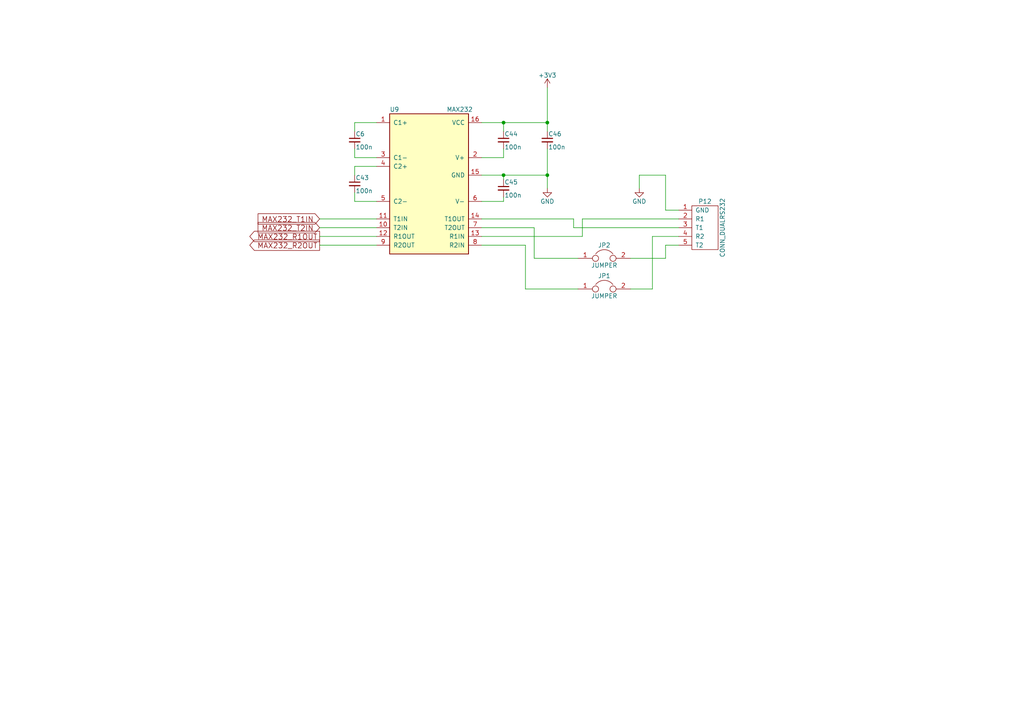
<source format=kicad_sch>
(kicad_sch (version 20231120) (generator "eeschema") (generator_version "8.0")
  (paper "A4")
  (lib_symbols
    (symbol "TEST4-rescue:+3.3V" (power) (pin_names (offset 0))
      (property "Value" "+3.3V" (at 0 3.556 0))
      (symbol "+3.3V_0_1"
        (polyline (pts (xy -0.762 1.27) (xy 0 2.54)))
        (polyline (pts (xy 0 0) (xy 0 2.54)))
        (polyline (pts (xy 0 2.54) (xy 0.762 1.27)))
      )
      (symbol "+3.3V_1_1"
        (pin power_in line (at 0 0 90) (length 0) hide (name "+3V3") (number "1"))
      )
    )
    (symbol "TEST4-rescue:CONN_DUALRS232" (pin_names (offset 1.016))
      (property "Reference" "P" (at 0 -7.62 0))
      (property "Value" "CONN_DUALRS232" (at -5.08 0 90))
      (symbol "CONN_DUALRS232_0_1"
        (rectangle (start -3.81 6.35) (end 3.81 -6.35))
      )
      (symbol "CONN_DUALRS232_1_1"
        (pin power_in line (at 7.62 -5.08 180) (length 3.81) (name "GND") (number "1"))
        (pin output line (at 7.62 -2.54 180) (length 3.81) (name "R1") (number "2"))
        (pin input line (at 7.62 0 180) (length 3.81) (name "T1") (number "3"))
        (pin output line (at 7.62 2.54 180) (length 3.81) (name "R2") (number "4"))
        (pin input line (at 7.62 5.08 180) (length 3.81) (name "T2") (number "5"))
      )
    )
    (symbol "TEST4-rescue:C_Small" (pin_numbers hide) (pin_names (offset 0.254) hide)
      (property "Reference" "C" (at 0.254 1.778 0))
      (property "Value" "C_Small" (at 0.254 -2.032 0))
      (symbol "C_Small_0_1"
        (polyline (pts (xy -1.524 -0.508) (xy 1.524 -0.508)) (stroke (width 0.3302)))
        (polyline (pts (xy -1.524 0.508) (xy 1.524 0.508)) (stroke (width 0.3048)))
      )
      (symbol "C_Small_1_1"
        (pin passive line (at 0 2.54 270) (length 2.032) (name "~") (number "1"))
        (pin passive line (at 0 -2.54 90) (length 2.032) (name "~") (number "2"))
      )
    )
    (symbol "TEST4-rescue:GND" (power) (pin_names (offset 0))
      (property "Value" "GND" (at 0 -3.81 0))
      (symbol "GND_0_1"
        (polyline (pts (xy 0 0) (xy 0 -1.27) (xy 1.27 -1.27) (xy 0 -2.54) (xy -1.27 -1.27) (xy 0 -1.27)))
      )
      (symbol "GND_1_1"
        (pin power_in line (at 0 0 270) (length 0) hide (name "GND") (number "1"))
      )
    )
    (symbol "TEST4-rescue:JUMPER" (pin_names (offset 0.762) hide)
      (property "Reference" "JP" (at 0 3.81 0))
      (property "Value" "JUMPER" (at 0 -2.032 0))
      (symbol "JUMPER_0_1"
        (circle (center -2.54 0) (radius 0.889))
        (arc (start 2.5146 1.27) (mid 0.0078 2.5097) (end -2.4892 1.27))
        (circle (center 2.54 0) (radius 0.889))
        (pin passive line (at -7.62 0 0) (length 4.191) (name "1") (number "1"))
        (pin passive line (at 7.62 0 180) (length 4.191) (name "2") (number "2"))
      )
    )
    (symbol "TEST4-rescue:MAX232-RESCUE-TEST4" (pin_names (offset 1.016))
      (property "Reference" "U" (at -11.43 21.59 0))
      (property "Value" "MAX232-RESCUE-TEST4" (at 5.08 21.59 0))
      (symbol "MAX232-RESCUE-TEST4_0_1"
        (rectangle (start -11.43 -20.32) (end 11.43 20.32) (stroke (width 0.254)) (fill (type background)))
      )
      (symbol "MAX232-RESCUE-TEST4_1_1"
        (pin passive line (at -15.24 17.78 0) (length 3.81) (name "C1+") (number "1"))
        (pin input line (at -15.24 -12.7 0) (length 3.81) (name "T2IN") (number "10"))
        (pin input line (at -15.24 -10.16 0) (length 3.81) (name "T1IN") (number "11"))
        (pin output line (at -15.24 -15.24 0) (length 3.81) (name "R1OUT") (number "12"))
        (pin input line (at 15.24 -15.24 180) (length 3.81) (name "R1IN") (number "13"))
        (pin output line (at 15.24 -10.16 180) (length 3.81) (name "T1OUT") (number "14"))
        (pin passive line (at 15.24 2.54 180) (length 3.81) (name "GND") (number "15"))
        (pin passive line (at 15.24 17.78 180) (length 3.81) (name "VCC") (number "16"))
        (pin passive line (at 15.24 7.62 180) (length 3.81) (name "V+") (number "2"))
        (pin passive line (at -15.24 7.62 0) (length 3.81) (name "C1-") (number "3"))
        (pin passive line (at -15.24 5.08 0) (length 3.81) (name "C2+") (number "4"))
        (pin passive line (at -15.24 -5.08 0) (length 3.81) (name "C2-") (number "5"))
        (pin passive line (at 15.24 -5.08 180) (length 3.81) (name "V-") (number "6"))
        (pin output line (at 15.24 -12.7 180) (length 3.81) (name "T2OUT") (number "7"))
        (pin input line (at 15.24 -17.78 180) (length 3.81) (name "R2IN") (number "8"))
        (pin output line (at -15.24 -17.78 0) (length 3.81) (name "R2OUT") (number "9"))
      )
    )
  )
  (junction (at 146.05 50.8))
  (junction (at 158.75 35.56))
  (junction (at 146.05 35.56))
  (junction (at 158.75 50.8))
  (wire (pts (xy 92.71 68.58) (xy 109.22 68.58)))
  (wire (pts (xy 182.88 83.82) (xy 189.23 83.82)))
  (wire (pts (xy 102.87 48.26) (xy 102.87 50.8)))
  (wire (pts (xy 139.7 50.8) (xy 146.05 50.8)))
  (wire (pts (xy 139.7 35.56) (xy 146.05 35.56)))
  (wire (pts (xy 102.87 45.72) (xy 102.87 43.18)))
  (wire (pts (xy 193.04 60.96) (xy 196.85 60.96)))
  (wire (pts (xy 193.04 74.93) (xy 193.04 71.12)))
  (wire (pts (xy 146.05 58.42) (xy 139.7 58.42)))
  (wire (pts (xy 185.42 54.61) (xy 185.42 50.8)))
  (wire (pts (xy 139.7 68.58) (xy 168.91 68.58)))
  (wire (pts (xy 92.71 66.04) (xy 109.22 66.04)))
  (wire (pts (xy 185.42 50.8) (xy 193.04 50.8)))
  (wire (pts (xy 139.7 45.72) (xy 146.05 45.72)))
  (wire (pts (xy 109.22 48.26) (xy 102.87 48.26)))
  (wire (pts (xy 154.94 74.93) (xy 167.64 74.93)))
  (wire (pts (xy 109.22 58.42) (xy 102.87 58.42)))
  (wire (pts (xy 92.71 63.5) (xy 109.22 63.5)))
  (wire (pts (xy 152.4 83.82) (xy 167.64 83.82)))
  (wire (pts (xy 152.4 71.12) (xy 152.4 83.82)))
  (wire (pts (xy 158.75 35.56) (xy 158.75 38.1)))
  (wire (pts (xy 146.05 50.8) (xy 158.75 50.8)))
  (wire (pts (xy 158.75 50.8) (xy 158.75 54.61)))
  (wire (pts (xy 154.94 66.04) (xy 154.94 74.93)))
  (wire (pts (xy 158.75 43.18) (xy 158.75 50.8)))
  (wire (pts (xy 166.37 63.5) (xy 166.37 66.04)))
  (wire (pts (xy 139.7 71.12) (xy 152.4 71.12)))
  (wire (pts (xy 139.7 63.5) (xy 166.37 63.5)))
  (wire (pts (xy 182.88 74.93) (xy 193.04 74.93)))
  (wire (pts (xy 168.91 63.5) (xy 196.85 63.5)))
  (wire (pts (xy 92.71 71.12) (xy 109.22 71.12)))
  (wire (pts (xy 193.04 50.8) (xy 193.04 60.96)))
  (wire (pts (xy 146.05 58.42) (xy 146.05 57.15)))
  (wire (pts (xy 102.87 35.56) (xy 102.87 38.1)))
  (wire (pts (xy 189.23 83.82) (xy 189.23 68.58)))
  (wire (pts (xy 193.04 71.12) (xy 196.85 71.12)))
  (wire (pts (xy 139.7 66.04) (xy 154.94 66.04)))
  (wire (pts (xy 109.22 45.72) (xy 102.87 45.72)))
  (wire (pts (xy 168.91 68.58) (xy 168.91 63.5)))
  (wire (pts (xy 189.23 68.58) (xy 196.85 68.58)))
  (wire (pts (xy 102.87 58.42) (xy 102.87 55.88)))
  (wire (pts (xy 158.75 25.4) (xy 158.75 35.56)))
  (wire (pts (xy 146.05 38.1) (xy 146.05 35.56)))
  (wire (pts (xy 146.05 35.56) (xy 158.75 35.56)))
  (wire (pts (xy 166.37 66.04) (xy 196.85 66.04)))
  (wire (pts (xy 109.22 35.56) (xy 102.87 35.56)))
  (wire (pts (xy 146.05 45.72) (xy 146.05 43.18)))
  (wire (pts (xy 146.05 52.07) (xy 146.05 50.8)))
  (global_label "MAX232_T1IN" (shape input) (at 92.71 63.5 180) (effects (font (size 1.524 1.524))) (property "Intersheetrefs" "${INTERSHEET_REFS}" (effects (hide yes))))
  (global_label "MAX232_R1OUT" (shape output) (at 92.71 68.58 180) (effects (font (size 1.524 1.524))) (property "Intersheetrefs" "${INTERSHEET_REFS}" (effects (hide yes))))
  (global_label "MAX232_R2OUT" (shape output) (at 92.71 71.12 180) (effects (font (size 1.524 1.524))) (property "Intersheetrefs" "${INTERSHEET_REFS}" (effects (hide yes))))
  (global_label "MAX232_T2IN" (shape input) (at 92.71 66.04 180) (effects (font (size 1.524 1.524))) (property "Intersheetrefs" "${INTERSHEET_REFS}" (effects (hide yes))))
  (symbol (lib_name "TEST4-rescue:MAX232-RESCUE-TEST4") (lib_id "TEST4-rescue:MAX232-RESCUE-TEST4") (at 124.46 53.34 0) (unit 1)
    (property "Reference" "U9" (at 113.03 31.75 0) (effects (justify left)))
    (property "Value" "MAX232" (at 129.54 31.75 0) (effects (justify left)))
    (property "Footprint" "mylib:SO-16-N" (effects (hide yes)))
  )
  (symbol (lib_name "TEST4-rescue:JUMPER") (lib_id "TEST4-rescue:JUMPER") (at 175.26 83.82 0) (unit 1)
    (property "Reference" "JP1" (at 175.26 80.01 0))
    (property "Value" "JUMPER" (at 175.26 85.852 0))
    (property "Footprint" "mylib:Pin_Header_Straight_1x02" (effects (hide yes)))
  )
  (symbol (lib_name "TEST4-rescue:JUMPER") (lib_id "TEST4-rescue:JUMPER") (at 175.26 74.93 0) (unit 1)
    (property "Reference" "JP2" (at 175.26 71.12 0))
    (property "Value" "JUMPER" (at 175.26 76.962 0))
    (property "Footprint" "mylib:Pin_Header_Straight_1x02" (effects (hide yes)))
  )
  (symbol (lib_name "TEST4-rescue:C_Small") (lib_id "TEST4-rescue:C_Small") (at 102.87 40.64 0) (unit 1)
    (property "Reference" "C6" (at 103.124 38.862 0) (effects (justify left)))
    (property "Value" "100n" (at 103.124 42.672 0) (effects (justify left)))
    (property "Footprint" "mylib:C_1206" (effects (hide yes)))
  )
  (symbol (lib_name "TEST4-rescue:C_Small") (lib_id "TEST4-rescue:C_Small") (at 102.87 53.34 0) (unit 1)
    (property "Reference" "C43" (at 103.124 51.562 0) (effects (justify left)))
    (property "Value" "100n" (at 103.124 55.372 0) (effects (justify left)))
    (property "Footprint" "mylib:C_1206" (effects (hide yes)))
  )
  (symbol (lib_name "TEST4-rescue:+3.3V") (lib_id "TEST4-rescue:+3.3V") (at 158.75 25.4 0) (unit 1)
    (property "Reference" "#PWR075" (effects (hide yes)))
    (property "Value" "+3V3" (at 158.75 21.844 0))
  )
  (symbol (lib_name "TEST4-rescue:GND") (lib_id "TEST4-rescue:GND") (at 158.75 54.61 0) (unit 1)
    (property "Reference" "#PWR076" (effects (hide yes)))
    (property "Value" "GND" (at 158.75 58.42 0))
  )
  (symbol (lib_name "TEST4-rescue:C_Small") (lib_id "TEST4-rescue:C_Small") (at 146.05 40.64 0) (unit 1)
    (property "Reference" "C44" (at 146.304 38.862 0) (effects (justify left)))
    (property "Value" "100n" (at 146.304 42.672 0) (effects (justify left)))
    (property "Footprint" "mylib:C_1206" (effects (hide yes)))
  )
  (symbol (lib_name "TEST4-rescue:C_Small") (lib_id "TEST4-rescue:C_Small") (at 146.05 54.61 0) (unit 1)
    (property "Reference" "C45" (at 146.304 52.832 0) (effects (justify left)))
    (property "Value" "100n" (at 146.304 56.642 0) (effects (justify left)))
    (property "Footprint" "mylib:C_1206" (effects (hide yes)))
  )
  (symbol (lib_name "TEST4-rescue:GND") (lib_id "TEST4-rescue:GND") (at 185.42 54.61 0) (unit 1)
    (property "Reference" "#PWR077" (effects (hide yes)))
    (property "Value" "GND" (at 185.42 58.42 0))
  )
  (symbol (lib_name "TEST4-rescue:C_Small") (lib_id "TEST4-rescue:C_Small") (at 158.75 40.64 0) (unit 1)
    (property "Reference" "C46" (at 159.004 38.862 0) (effects (justify left)))
    (property "Value" "100n" (at 159.004 42.672 0) (effects (justify left)))
    (property "Footprint" "mylib:C_1206" (effects (hide yes)))
  )
  (symbol (lib_name "TEST4-rescue:CONN_DUALRS232") (lib_id "TEST4-rescue:CONN_DUALRS232") (at 204.47 66.04 180) (unit 1)
    (property "Reference" "P12" (at 204.47 58.42 0))
    (property "Value" "CONN_DUALRS232" (at 209.55 66.04 90))
    (property "Footprint" "mylib:Pin_Header_Straight_LForm_1x05" (effects (hide yes)))
  )
)
</source>
